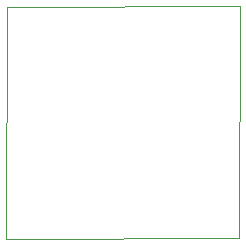
<source format=gbr>
%TF.GenerationSoftware,KiCad,Pcbnew,(6.0.10)*%
%TF.CreationDate,2024-01-30T22:18:44+11:00*%
%TF.ProjectId,DFO,44464f2e-6b69-4636-9164-5f7063625858,rev?*%
%TF.SameCoordinates,Original*%
%TF.FileFunction,Profile,NP*%
%FSLAX46Y46*%
G04 Gerber Fmt 4.6, Leading zero omitted, Abs format (unit mm)*
G04 Created by KiCad (PCBNEW (6.0.10)) date 2024-01-30 22:18:44*
%MOMM*%
%LPD*%
G01*
G04 APERTURE LIST*
%TA.AperFunction,Profile*%
%ADD10C,0.100000*%
%TD*%
G04 APERTURE END LIST*
D10*
X92120000Y-79000000D02*
X111819417Y-78930000D01*
X111819417Y-78930000D02*
X111900000Y-59350000D01*
X92200583Y-59420000D02*
X111900000Y-59350000D01*
X92120000Y-79000000D02*
X92200583Y-59420000D01*
M02*

</source>
